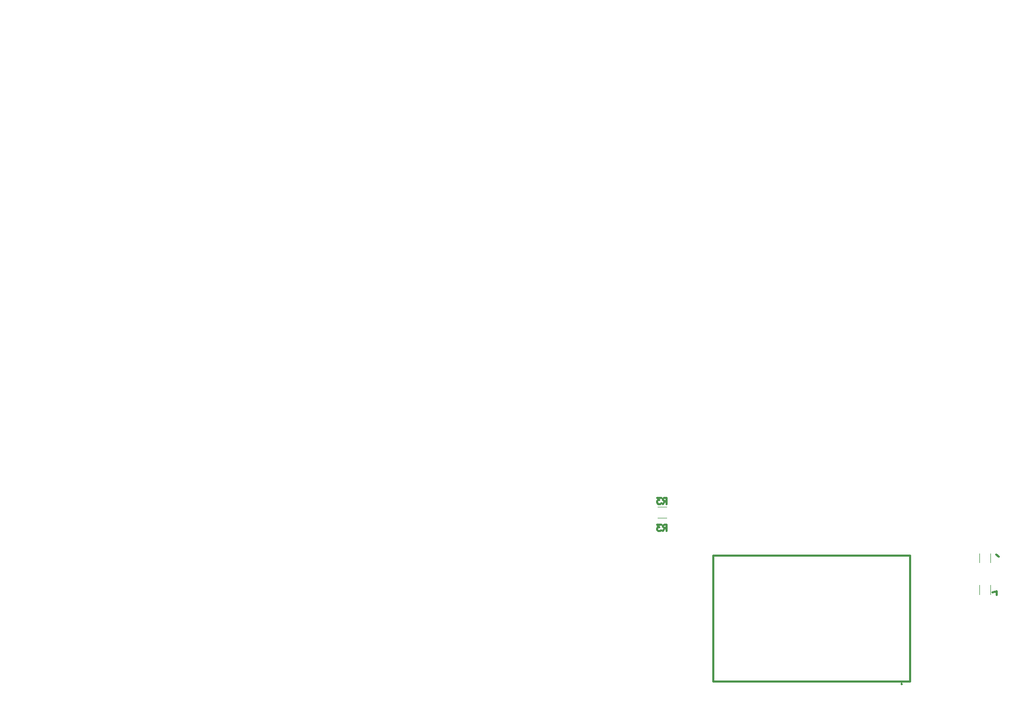
<source format=gbr>
From 9d678fbace2e4931e39ab5b95b2ec7493a18f549 Mon Sep 17 00:00:00 2001
From: Blaise Thompson <blaise@untzag.com>
Date: Mon, 25 Jan 2021 12:15:05 -0600
Subject: digital-driver readme

---
 digital-driver/gerber/driver-B_SilkS.gbr | 99 ++++++++++++++++----------------
 1 file changed, 50 insertions(+), 49 deletions(-)

(limited to 'digital-driver/gerber/driver-B_SilkS.gbr')

diff --git a/digital-driver/gerber/driver-B_SilkS.gbr b/digital-driver/gerber/driver-B_SilkS.gbr
index 4ac6471..4ce688b 100644
--- a/digital-driver/gerber/driver-B_SilkS.gbr
+++ b/digital-driver/gerber/driver-B_SilkS.gbr
@@ -1,12 +1,12 @@
-%TF.GenerationSoftware,KiCad,Pcbnew,5.1.9+dfsg1-1*%
-%TF.CreationDate,2021-01-24T22:19:11-06:00*%
+%TF.GenerationSoftware,KiCad,Pcbnew,5.1.8+dfsg1-1+b1*%
+%TF.CreationDate,2021-01-25T11:41:01-06:00*%
 %TF.ProjectId,driver,64726976-6572-42e6-9b69-6361645f7063,1.0.0*%
 %TF.SameCoordinates,Original*%
 %TF.FileFunction,Legend,Bot*%
 %TF.FilePolarity,Positive*%
 %FSLAX46Y46*%
 G04 Gerber Fmt 4.6, Leading zero omitted, Abs format (unit mm)*
-G04 Created by KiCad (PCBNEW 5.1.9+dfsg1-1) date 2021-01-24 22:19:11*
+G04 Created by KiCad (PCBNEW 5.1.8+dfsg1-1+b1) date 2021-01-25 11:41:01*
 %MOMM*%
 %LPD*%
 G01*
@@ -16,8 +16,8 @@ G04 APERTURE LIST*
 %TD*%
 %ADD11C,0.250000*%
 %ADD12C,0.120000*%
-%ADD13C,0.100000*%
-%ADD14C,0.300000*%
+%ADD13C,0.300000*%
+%ADD14C,0.100000*%
 %ADD15C,0.150000*%
 G04 APERTURE END LIST*
 D10*
@@ -302,36 +302,37 @@ X137406666Y-83115476D01*
 X137501904Y-83163095D01*
 D12*
 %TO.C,R4*%
-X154030000Y-93209064D02*
-X154030000Y-91754936D01*
 X155850000Y-93209064D02*
 X155850000Y-91754936D01*
+X154030000Y-93209064D02*
+X154030000Y-91754936D01*
 %TO.C,R3*%
-X103597064Y-80920000D02*
-X102142936Y-80920000D01*
 X103597064Y-79100000D02*
 X102142936Y-79100000D01*
+X103597064Y-80920000D02*
+X102142936Y-80920000D01*
 %TO.C,R1*%
-X154030000Y-88077064D02*
-X154030000Y-86622936D01*
 X155850000Y-88077064D02*
 X155850000Y-86622936D01*
+X154030000Y-88077064D02*
+X154030000Y-86622936D01*
 D13*
 %TO.C,J6*%
-X142900000Y-107305000D02*
-X142900000Y-87005000D01*
-X142900000Y-87005000D02*
-X111100000Y-87005000D01*
-X111100000Y-87005000D02*
-X111100000Y-107305000D01*
-X111100000Y-107305000D02*
-X142900000Y-107305000D01*
-D14*
-X141500000Y-107655000D02*
-X141500000Y-107655000D01*
 X141500000Y-107755000D02*
 X141500000Y-107755000D01*
 X141500000Y-107655000D02*
+X141500000Y-107655000D01*
+D14*
+X111100000Y-107305000D02*
+X142900000Y-107305000D01*
+X111100000Y-87005000D02*
+X111100000Y-107305000D01*
+X142900000Y-87005000D02*
+X111100000Y-87005000D01*
+X142900000Y-107305000D02*
+X142900000Y-87005000D01*
+D13*
+X141500000Y-107655000D02*
 G75*
 G03*
 X141500000Y-107755000I0J-50000D01*
@@ -363,33 +364,33 @@ X156164761Y-92934380D02*
 X156879047Y-92696285D01*
 X156879047Y-93315333D01*
 %TO.C,R3*%
-X103036666Y-78642380D02*
-X103370000Y-78166190D01*
-X103608095Y-78642380D02*
-X103608095Y-77642380D01*
-X103227142Y-77642380D01*
-X103131904Y-77690000D01*
-X103084285Y-77737619D01*
-X103036666Y-77832857D01*
-X103036666Y-77975714D01*
-X103084285Y-78070952D01*
-X103131904Y-78118571D01*
-X103227142Y-78166190D01*
-X103608095Y-78166190D01*
-X102703333Y-77642380D02*
-X102084285Y-77642380D01*
-X102417619Y-78023333D01*
-X102274761Y-78023333D01*
-X102179523Y-78070952D01*
-X102131904Y-78118571D01*
-X102084285Y-78213809D01*
-X102084285Y-78451904D01*
-X102131904Y-78547142D01*
-X102179523Y-78594761D01*
-X102274761Y-78642380D01*
-X102560476Y-78642380D01*
-X102655714Y-78594761D01*
-X102703333Y-78547142D01*
+X103036666Y-83002380D02*
+X103370000Y-82526190D01*
+X103608095Y-83002380D02*
+X103608095Y-82002380D01*
+X103227142Y-82002380D01*
+X103131904Y-82050000D01*
+X103084285Y-82097619D01*
+X103036666Y-82192857D01*
+X103036666Y-82335714D01*
+X103084285Y-82430952D01*
+X103131904Y-82478571D01*
+X103227142Y-82526190D01*
+X103608095Y-82526190D01*
+X102703333Y-82002380D02*
+X102084285Y-82002380D01*
+X102417619Y-82383333D01*
+X102274761Y-82383333D01*
+X102179523Y-82430952D01*
+X102131904Y-82478571D01*
+X102084285Y-82573809D01*
+X102084285Y-82811904D01*
+X102131904Y-82907142D01*
+X102179523Y-82954761D01*
+X102274761Y-83002380D01*
+X102560476Y-83002380D01*
+X102655714Y-82954761D01*
+X102703333Y-82907142D01*
 %TO.C,R1*%
 X157212380Y-87183333D02*
 X156736190Y-86850000D01*
-- 
cgit v1.2.3


</source>
